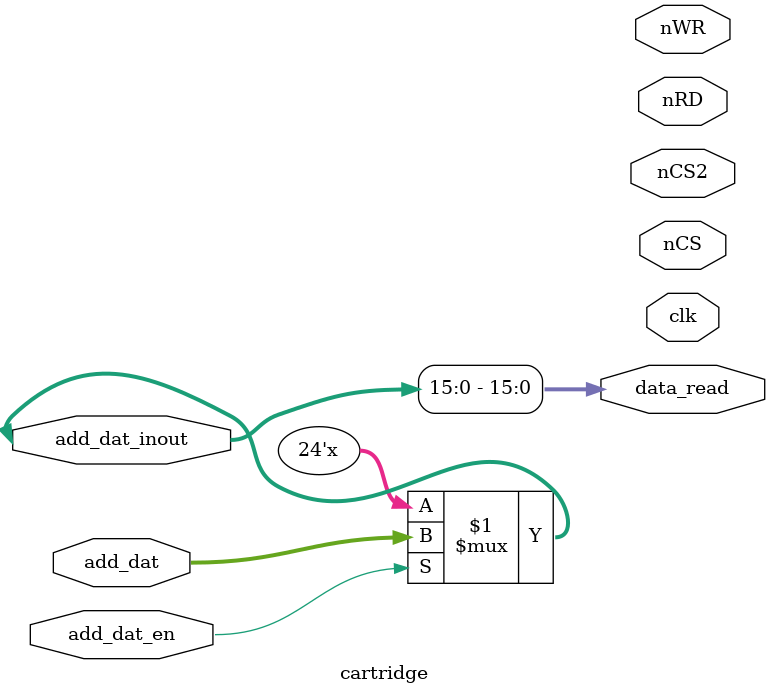
<source format=v>
module cartridge(output clk,
						output nWR,
						output nRD,
						output nCS,
						output nCS2,
						input  add_dat_en,
						input  [23:0]add_dat,
						inout  [23:0]add_dat_inout,
						output [15:0]data_read
						);
						


	// If we are using the bidir as an output, assign it an output value, 
	// otherwise assign it high-impedence
	assign add_dat_inout = (add_dat_en ? add_dat : {24{1'bz}});

	// Read in the current value of the bidir port, which comes either
	// from the input or from the previous assignment.
	assign data_read = add_dat_inout;

endmodule

</source>
